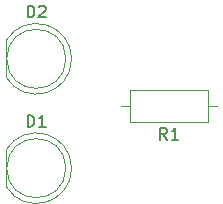
<source format=gbr>
%TF.GenerationSoftware,KiCad,Pcbnew,(6.0.1)*%
%TF.CreationDate,2022-01-29T14:42:52+08:00*%
%TF.ProjectId,practice,70726163-7469-4636-952e-6b696361645f,rev?*%
%TF.SameCoordinates,Original*%
%TF.FileFunction,Legend,Top*%
%TF.FilePolarity,Positive*%
%FSLAX46Y46*%
G04 Gerber Fmt 4.6, Leading zero omitted, Abs format (unit mm)*
G04 Created by KiCad (PCBNEW (6.0.1)) date 2022-01-29 14:42:52*
%MOMM*%
%LPD*%
G01*
G04 APERTURE LIST*
%ADD10C,0.150000*%
%ADD11C,0.120000*%
G04 APERTURE END LIST*
D10*
%TO.C,R1*%
X154753333Y-81562380D02*
X154420000Y-81086190D01*
X154181904Y-81562380D02*
X154181904Y-80562380D01*
X154562857Y-80562380D01*
X154658095Y-80610000D01*
X154705714Y-80657619D01*
X154753333Y-80752857D01*
X154753333Y-80895714D01*
X154705714Y-80990952D01*
X154658095Y-81038571D01*
X154562857Y-81086190D01*
X154181904Y-81086190D01*
X155705714Y-81562380D02*
X155134285Y-81562380D01*
X155420000Y-81562380D02*
X155420000Y-80562380D01*
X155324761Y-80705238D01*
X155229523Y-80800476D01*
X155134285Y-80848095D01*
%TO.C,D2*%
X142941904Y-71222380D02*
X142941904Y-70222380D01*
X143180000Y-70222380D01*
X143322857Y-70270000D01*
X143418095Y-70365238D01*
X143465714Y-70460476D01*
X143513333Y-70650952D01*
X143513333Y-70793809D01*
X143465714Y-70984285D01*
X143418095Y-71079523D01*
X143322857Y-71174761D01*
X143180000Y-71222380D01*
X142941904Y-71222380D01*
X143894285Y-70317619D02*
X143941904Y-70270000D01*
X144037142Y-70222380D01*
X144275238Y-70222380D01*
X144370476Y-70270000D01*
X144418095Y-70317619D01*
X144465714Y-70412857D01*
X144465714Y-70508095D01*
X144418095Y-70650952D01*
X143846666Y-71222380D01*
X144465714Y-71222380D01*
%TO.C,D1*%
X142941904Y-80482380D02*
X142941904Y-79482380D01*
X143180000Y-79482380D01*
X143322857Y-79530000D01*
X143418095Y-79625238D01*
X143465714Y-79720476D01*
X143513333Y-79910952D01*
X143513333Y-80053809D01*
X143465714Y-80244285D01*
X143418095Y-80339523D01*
X143322857Y-80434761D01*
X143180000Y-80482380D01*
X142941904Y-80482380D01*
X144465714Y-80482380D02*
X143894285Y-80482380D01*
X144180000Y-80482380D02*
X144180000Y-79482380D01*
X144084761Y-79625238D01*
X143989523Y-79720476D01*
X143894285Y-79768095D01*
D11*
%TO.C,R1*%
X158190000Y-80110000D02*
X158190000Y-77370000D01*
X151650000Y-80110000D02*
X158190000Y-80110000D01*
X151650000Y-77370000D02*
X151650000Y-80110000D01*
X158960000Y-78740000D02*
X158190000Y-78740000D01*
X150880000Y-78740000D02*
X151650000Y-78740000D01*
X158190000Y-77370000D02*
X151650000Y-77370000D01*
%TO.C,D2*%
X141120000Y-73185000D02*
X141120000Y-76275000D01*
X141120000Y-76274830D02*
G75*
G03*
X146670000Y-74729538I2560000J1544830D01*
G01*
X146670000Y-74730462D02*
G75*
G03*
X141120000Y-73185170I-2990000J462D01*
G01*
X146180000Y-74730000D02*
G75*
G03*
X146180000Y-74730000I-2500000J0D01*
G01*
%TO.C,D1*%
X141120000Y-82445000D02*
X141120000Y-85535000D01*
X141120000Y-85534830D02*
G75*
G03*
X146670000Y-83989538I2560000J1544830D01*
G01*
X146670000Y-83990462D02*
G75*
G03*
X141120000Y-82445170I-2990000J462D01*
G01*
X146180000Y-83990000D02*
G75*
G03*
X146180000Y-83990000I-2500000J0D01*
G01*
%TD*%
M02*

</source>
